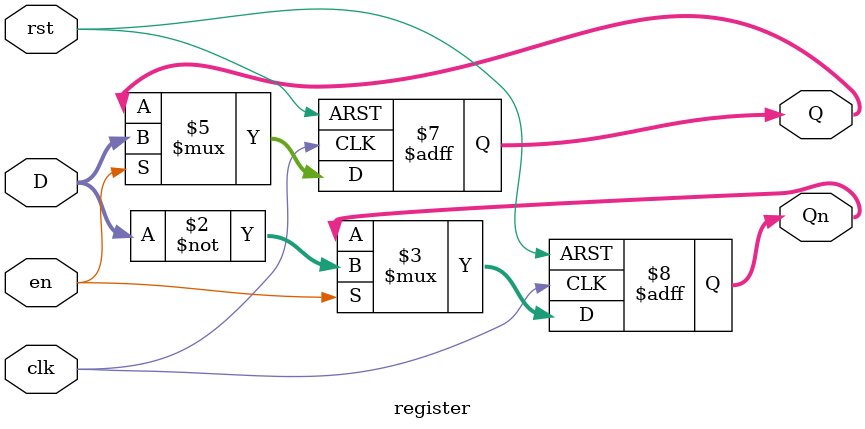
<source format=sv>
module register #(
    parameter BITWIDTH = 16    
)(
    input wire [BITWIDTH-1:0] D,
    output reg [BITWIDTH-1:0] Q, Qn,
    input wire clk, en, rst
);

    always_ff @(posedge clk or posedge rst) begin
        if( rst ) begin
            Q <= '0;
            Qn <= '1;
        end else if( en ) begin
            Q <= D;
            Qn <= ~D;
        end
    end
endmodule

</source>
